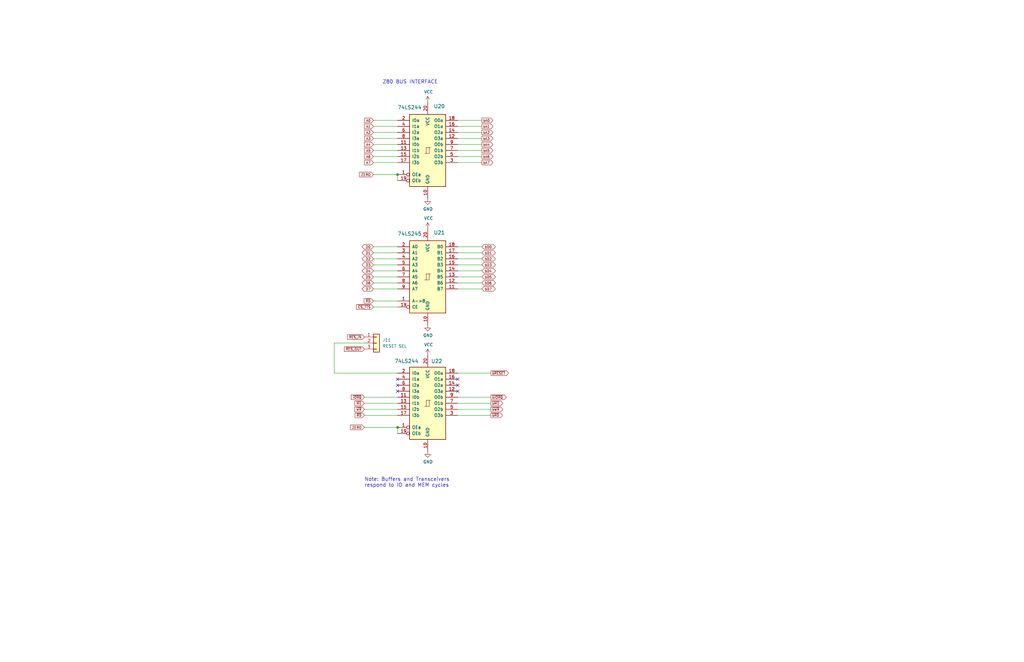
<source format=kicad_sch>
(kicad_sch (version 20211123) (generator eeschema)

  (uuid eb7a9e96-3742-4c33-b6de-b8f3021727b8)

  (paper "B")

  (lib_symbols
    (symbol "74xx:74LS244" (pin_names (offset 1.016)) (in_bom yes) (on_board yes)
      (property "Reference" "U" (id 0) (at -7.62 16.51 0)
        (effects (font (size 1.27 1.27)))
      )
      (property "Value" "74LS244" (id 1) (at -7.62 -16.51 0)
        (effects (font (size 1.27 1.27)))
      )
      (property "Footprint" "" (id 2) (at 0 0 0)
        (effects (font (size 1.27 1.27)) hide)
      )
      (property "Datasheet" "http://www.ti.com/lit/ds/symlink/sn74ls244.pdf" (id 3) (at 0 0 0)
        (effects (font (size 1.27 1.27)) hide)
      )
      (property "ki_keywords" "7400 logic ttl low power schottky" (id 4) (at 0 0 0)
        (effects (font (size 1.27 1.27)) hide)
      )
      (property "ki_description" "Octal Buffer and Line Driver With 3-State Output, active-low enables, non-inverting outputs" (id 5) (at 0 0 0)
        (effects (font (size 1.27 1.27)) hide)
      )
      (property "ki_fp_filters" "DIP?20*" (id 6) (at 0 0 0)
        (effects (font (size 1.27 1.27)) hide)
      )
      (symbol "74LS244_1_0"
        (polyline
          (pts
            (xy -0.635 -1.27)
            (xy -0.635 1.27)
            (xy 0.635 1.27)
          )
          (stroke (width 0) (type default) (color 0 0 0 0))
          (fill (type none))
        )
        (polyline
          (pts
            (xy -1.27 -1.27)
            (xy 0.635 -1.27)
            (xy 0.635 1.27)
            (xy 1.27 1.27)
          )
          (stroke (width 0) (type default) (color 0 0 0 0))
          (fill (type none))
        )
        (pin input inverted (at -12.7 -10.16 0) (length 5.08)
          (name "OEa" (effects (font (size 1.27 1.27))))
          (number "1" (effects (font (size 1.27 1.27))))
        )
        (pin power_in line (at 0 -20.32 90) (length 5.08)
          (name "GND" (effects (font (size 1.27 1.27))))
          (number "10" (effects (font (size 1.27 1.27))))
        )
        (pin input line (at -12.7 2.54 0) (length 5.08)
          (name "I0b" (effects (font (size 1.27 1.27))))
          (number "11" (effects (font (size 1.27 1.27))))
        )
        (pin tri_state line (at 12.7 5.08 180) (length 5.08)
          (name "O3a" (effects (font (size 1.27 1.27))))
          (number "12" (effects (font (size 1.27 1.27))))
        )
        (pin input line (at -12.7 0 0) (length 5.08)
          (name "I1b" (effects (font (size 1.27 1.27))))
          (number "13" (effects (font (size 1.27 1.27))))
        )
        (pin tri_state line (at 12.7 7.62 180) (length 5.08)
          (name "O2a" (effects (font (size 1.27 1.27))))
          (number "14" (effects (font (size 1.27 1.27))))
        )
        (pin input line (at -12.7 -2.54 0) (length 5.08)
          (name "I2b" (effects (font (size 1.27 1.27))))
          (number "15" (effects (font (size 1.27 1.27))))
        )
        (pin tri_state line (at 12.7 10.16 180) (length 5.08)
          (name "O1a" (effects (font (size 1.27 1.27))))
          (number "16" (effects (font (size 1.27 1.27))))
        )
        (pin input line (at -12.7 -5.08 0) (length 5.08)
          (name "I3b" (effects (font (size 1.27 1.27))))
          (number "17" (effects (font (size 1.27 1.27))))
        )
        (pin tri_state line (at 12.7 12.7 180) (length 5.08)
          (name "O0a" (effects (font (size 1.27 1.27))))
          (number "18" (effects (font (size 1.27 1.27))))
        )
        (pin input inverted (at -12.7 -12.7 0) (length 5.08)
          (name "OEb" (effects (font (size 1.27 1.27))))
          (number "19" (effects (font (size 1.27 1.27))))
        )
        (pin input line (at -12.7 12.7 0) (length 5.08)
          (name "I0a" (effects (font (size 1.27 1.27))))
          (number "2" (effects (font (size 1.27 1.27))))
        )
        (pin power_in line (at 0 20.32 270) (length 5.08)
          (name "VCC" (effects (font (size 1.27 1.27))))
          (number "20" (effects (font (size 1.27 1.27))))
        )
        (pin tri_state line (at 12.7 -5.08 180) (length 5.08)
          (name "O3b" (effects (font (size 1.27 1.27))))
          (number "3" (effects (font (size 1.27 1.27))))
        )
        (pin input line (at -12.7 10.16 0) (length 5.08)
          (name "I1a" (effects (font (size 1.27 1.27))))
          (number "4" (effects (font (size 1.27 1.27))))
        )
        (pin tri_state line (at 12.7 -2.54 180) (length 5.08)
          (name "O2b" (effects (font (size 1.27 1.27))))
          (number "5" (effects (font (size 1.27 1.27))))
        )
        (pin input line (at -12.7 7.62 0) (length 5.08)
          (name "I2a" (effects (font (size 1.27 1.27))))
          (number "6" (effects (font (size 1.27 1.27))))
        )
        (pin tri_state line (at 12.7 0 180) (length 5.08)
          (name "O1b" (effects (font (size 1.27 1.27))))
          (number "7" (effects (font (size 1.27 1.27))))
        )
        (pin input line (at -12.7 5.08 0) (length 5.08)
          (name "I3a" (effects (font (size 1.27 1.27))))
          (number "8" (effects (font (size 1.27 1.27))))
        )
        (pin tri_state line (at 12.7 2.54 180) (length 5.08)
          (name "O0b" (effects (font (size 1.27 1.27))))
          (number "9" (effects (font (size 1.27 1.27))))
        )
      )
      (symbol "74LS244_1_1"
        (rectangle (start -7.62 15.24) (end 7.62 -15.24)
          (stroke (width 0.254) (type default) (color 0 0 0 0))
          (fill (type background))
        )
      )
    )
    (symbol "74xx:74LS245" (pin_names (offset 1.016)) (in_bom yes) (on_board yes)
      (property "Reference" "U" (id 0) (at -7.62 16.51 0)
        (effects (font (size 1.27 1.27)))
      )
      (property "Value" "74LS245" (id 1) (at -7.62 -16.51 0)
        (effects (font (size 1.27 1.27)))
      )
      (property "Footprint" "" (id 2) (at 0 0 0)
        (effects (font (size 1.27 1.27)) hide)
      )
      (property "Datasheet" "http://www.ti.com/lit/gpn/sn74LS245" (id 3) (at 0 0 0)
        (effects (font (size 1.27 1.27)) hide)
      )
      (property "ki_locked" "" (id 4) (at 0 0 0)
        (effects (font (size 1.27 1.27)))
      )
      (property "ki_keywords" "TTL BUS 3State" (id 5) (at 0 0 0)
        (effects (font (size 1.27 1.27)) hide)
      )
      (property "ki_description" "Octal BUS Transceivers, 3-State outputs" (id 6) (at 0 0 0)
        (effects (font (size 1.27 1.27)) hide)
      )
      (property "ki_fp_filters" "DIP?20*" (id 7) (at 0 0 0)
        (effects (font (size 1.27 1.27)) hide)
      )
      (symbol "74LS245_1_0"
        (polyline
          (pts
            (xy -0.635 -1.27)
            (xy -0.635 1.27)
            (xy 0.635 1.27)
          )
          (stroke (width 0) (type default) (color 0 0 0 0))
          (fill (type none))
        )
        (polyline
          (pts
            (xy -1.27 -1.27)
            (xy 0.635 -1.27)
            (xy 0.635 1.27)
            (xy 1.27 1.27)
          )
          (stroke (width 0) (type default) (color 0 0 0 0))
          (fill (type none))
        )
        (pin input line (at -12.7 -10.16 0) (length 5.08)
          (name "A->B" (effects (font (size 1.27 1.27))))
          (number "1" (effects (font (size 1.27 1.27))))
        )
        (pin power_in line (at 0 -20.32 90) (length 5.08)
          (name "GND" (effects (font (size 1.27 1.27))))
          (number "10" (effects (font (size 1.27 1.27))))
        )
        (pin tri_state line (at 12.7 -5.08 180) (length 5.08)
          (name "B7" (effects (font (size 1.27 1.27))))
          (number "11" (effects (font (size 1.27 1.27))))
        )
        (pin tri_state line (at 12.7 -2.54 180) (length 5.08)
          (name "B6" (effects (font (size 1.27 1.27))))
          (number "12" (effects (font (size 1.27 1.27))))
        )
        (pin tri_state line (at 12.7 0 180) (length 5.08)
          (name "B5" (effects (font (size 1.27 1.27))))
          (number "13" (effects (font (size 1.27 1.27))))
        )
        (pin tri_state line (at 12.7 2.54 180) (length 5.08)
          (name "B4" (effects (font (size 1.27 1.27))))
          (number "14" (effects (font (size 1.27 1.27))))
        )
        (pin tri_state line (at 12.7 5.08 180) (length 5.08)
          (name "B3" (effects (font (size 1.27 1.27))))
          (number "15" (effects (font (size 1.27 1.27))))
        )
        (pin tri_state line (at 12.7 7.62 180) (length 5.08)
          (name "B2" (effects (font (size 1.27 1.27))))
          (number "16" (effects (font (size 1.27 1.27))))
        )
        (pin tri_state line (at 12.7 10.16 180) (length 5.08)
          (name "B1" (effects (font (size 1.27 1.27))))
          (number "17" (effects (font (size 1.27 1.27))))
        )
        (pin tri_state line (at 12.7 12.7 180) (length 5.08)
          (name "B0" (effects (font (size 1.27 1.27))))
          (number "18" (effects (font (size 1.27 1.27))))
        )
        (pin input inverted (at -12.7 -12.7 0) (length 5.08)
          (name "CE" (effects (font (size 1.27 1.27))))
          (number "19" (effects (font (size 1.27 1.27))))
        )
        (pin tri_state line (at -12.7 12.7 0) (length 5.08)
          (name "A0" (effects (font (size 1.27 1.27))))
          (number "2" (effects (font (size 1.27 1.27))))
        )
        (pin power_in line (at 0 20.32 270) (length 5.08)
          (name "VCC" (effects (font (size 1.27 1.27))))
          (number "20" (effects (font (size 1.27 1.27))))
        )
        (pin tri_state line (at -12.7 10.16 0) (length 5.08)
          (name "A1" (effects (font (size 1.27 1.27))))
          (number "3" (effects (font (size 1.27 1.27))))
        )
        (pin tri_state line (at -12.7 7.62 0) (length 5.08)
          (name "A2" (effects (font (size 1.27 1.27))))
          (number "4" (effects (font (size 1.27 1.27))))
        )
        (pin tri_state line (at -12.7 5.08 0) (length 5.08)
          (name "A3" (effects (font (size 1.27 1.27))))
          (number "5" (effects (font (size 1.27 1.27))))
        )
        (pin tri_state line (at -12.7 2.54 0) (length 5.08)
          (name "A4" (effects (font (size 1.27 1.27))))
          (number "6" (effects (font (size 1.27 1.27))))
        )
        (pin tri_state line (at -12.7 0 0) (length 5.08)
          (name "A5" (effects (font (size 1.27 1.27))))
          (number "7" (effects (font (size 1.27 1.27))))
        )
        (pin tri_state line (at -12.7 -2.54 0) (length 5.08)
          (name "A6" (effects (font (size 1.27 1.27))))
          (number "8" (effects (font (size 1.27 1.27))))
        )
        (pin tri_state line (at -12.7 -5.08 0) (length 5.08)
          (name "A7" (effects (font (size 1.27 1.27))))
          (number "9" (effects (font (size 1.27 1.27))))
        )
      )
      (symbol "74LS245_1_1"
        (rectangle (start -7.62 15.24) (end 7.62 -15.24)
          (stroke (width 0.254) (type default) (color 0 0 0 0))
          (fill (type background))
        )
      )
    )
    (symbol "Connector_Generic:Conn_01x03" (pin_names (offset 1.016) hide) (in_bom yes) (on_board yes)
      (property "Reference" "J" (id 0) (at 0 5.08 0)
        (effects (font (size 1.27 1.27)))
      )
      (property "Value" "Conn_01x03" (id 1) (at 0 -5.08 0)
        (effects (font (size 1.27 1.27)))
      )
      (property "Footprint" "" (id 2) (at 0 0 0)
        (effects (font (size 1.27 1.27)) hide)
      )
      (property "Datasheet" "~" (id 3) (at 0 0 0)
        (effects (font (size 1.27 1.27)) hide)
      )
      (property "ki_keywords" "connector" (id 4) (at 0 0 0)
        (effects (font (size 1.27 1.27)) hide)
      )
      (property "ki_description" "Generic connector, single row, 01x03, script generated (kicad-library-utils/schlib/autogen/connector/)" (id 5) (at 0 0 0)
        (effects (font (size 1.27 1.27)) hide)
      )
      (property "ki_fp_filters" "Connector*:*_1x??_*" (id 6) (at 0 0 0)
        (effects (font (size 1.27 1.27)) hide)
      )
      (symbol "Conn_01x03_1_1"
        (rectangle (start -1.27 -2.413) (end 0 -2.667)
          (stroke (width 0.1524) (type default) (color 0 0 0 0))
          (fill (type none))
        )
        (rectangle (start -1.27 0.127) (end 0 -0.127)
          (stroke (width 0.1524) (type default) (color 0 0 0 0))
          (fill (type none))
        )
        (rectangle (start -1.27 2.667) (end 0 2.413)
          (stroke (width 0.1524) (type default) (color 0 0 0 0))
          (fill (type none))
        )
        (rectangle (start -1.27 3.81) (end 1.27 -3.81)
          (stroke (width 0.254) (type default) (color 0 0 0 0))
          (fill (type background))
        )
        (pin passive line (at -5.08 2.54 0) (length 3.81)
          (name "Pin_1" (effects (font (size 1.27 1.27))))
          (number "1" (effects (font (size 1.27 1.27))))
        )
        (pin passive line (at -5.08 0 0) (length 3.81)
          (name "Pin_2" (effects (font (size 1.27 1.27))))
          (number "2" (effects (font (size 1.27 1.27))))
        )
        (pin passive line (at -5.08 -2.54 0) (length 3.81)
          (name "Pin_3" (effects (font (size 1.27 1.27))))
          (number "3" (effects (font (size 1.27 1.27))))
        )
      )
    )
    (symbol "power:GND" (power) (pin_names (offset 0)) (in_bom yes) (on_board yes)
      (property "Reference" "#PWR" (id 0) (at 0 -6.35 0)
        (effects (font (size 1.27 1.27)) hide)
      )
      (property "Value" "GND" (id 1) (at 0 -3.81 0)
        (effects (font (size 1.27 1.27)))
      )
      (property "Footprint" "" (id 2) (at 0 0 0)
        (effects (font (size 1.27 1.27)) hide)
      )
      (property "Datasheet" "" (id 3) (at 0 0 0)
        (effects (font (size 1.27 1.27)) hide)
      )
      (property "ki_keywords" "global power" (id 4) (at 0 0 0)
        (effects (font (size 1.27 1.27)) hide)
      )
      (property "ki_description" "Power symbol creates a global label with name \"GND\" , ground" (id 5) (at 0 0 0)
        (effects (font (size 1.27 1.27)) hide)
      )
      (symbol "GND_0_1"
        (polyline
          (pts
            (xy 0 0)
            (xy 0 -1.27)
            (xy 1.27 -1.27)
            (xy 0 -2.54)
            (xy -1.27 -1.27)
            (xy 0 -1.27)
          )
          (stroke (width 0) (type default) (color 0 0 0 0))
          (fill (type none))
        )
      )
      (symbol "GND_1_1"
        (pin power_in line (at 0 0 270) (length 0) hide
          (name "GND" (effects (font (size 1.27 1.27))))
          (number "1" (effects (font (size 1.27 1.27))))
        )
      )
    )
    (symbol "power:VCC" (power) (pin_names (offset 0)) (in_bom yes) (on_board yes)
      (property "Reference" "#PWR" (id 0) (at 0 -3.81 0)
        (effects (font (size 1.27 1.27)) hide)
      )
      (property "Value" "VCC" (id 1) (at 0 3.81 0)
        (effects (font (size 1.27 1.27)))
      )
      (property "Footprint" "" (id 2) (at 0 0 0)
        (effects (font (size 1.27 1.27)) hide)
      )
      (property "Datasheet" "" (id 3) (at 0 0 0)
        (effects (font (size 1.27 1.27)) hide)
      )
      (property "ki_keywords" "global power" (id 4) (at 0 0 0)
        (effects (font (size 1.27 1.27)) hide)
      )
      (property "ki_description" "Power symbol creates a global label with name \"VCC\"" (id 5) (at 0 0 0)
        (effects (font (size 1.27 1.27)) hide)
      )
      (symbol "VCC_0_1"
        (polyline
          (pts
            (xy -0.762 1.27)
            (xy 0 2.54)
          )
          (stroke (width 0) (type default) (color 0 0 0 0))
          (fill (type none))
        )
        (polyline
          (pts
            (xy 0 0)
            (xy 0 2.54)
          )
          (stroke (width 0) (type default) (color 0 0 0 0))
          (fill (type none))
        )
        (polyline
          (pts
            (xy 0 2.54)
            (xy 0.762 1.27)
          )
          (stroke (width 0) (type default) (color 0 0 0 0))
          (fill (type none))
        )
      )
      (symbol "VCC_1_1"
        (pin power_in line (at 0 0 90) (length 0) hide
          (name "VCC" (effects (font (size 1.27 1.27))))
          (number "1" (effects (font (size 1.27 1.27))))
        )
      )
    )
  )

  (junction (at 167.64 180.34) (diameter 0) (color 0 0 0 0)
    (uuid 29b187d6-4fd9-483f-8890-e7865d9ef3e4)
  )
  (junction (at 167.64 73.66) (diameter 0) (color 0 0 0 0)
    (uuid c7951493-d513-45db-bbdc-199f8d55a96e)
  )

  (no_connect (at 167.64 162.56) (uuid 38107915-e651-4830-bcf2-87e04a917164))
  (no_connect (at 167.64 160.02) (uuid 55e72496-9bd7-477a-9479-2b4b55d4c7da))
  (no_connect (at 193.04 160.02) (uuid 58246260-506b-406e-be1f-69ca6ed366a4))
  (no_connect (at 193.04 165.1) (uuid 6fc64cb4-ac6a-4159-8c05-6932a3d626e9))
  (no_connect (at 193.04 162.56) (uuid c51c5719-923b-4612-b409-7bead3212821))
  (no_connect (at 167.64 165.1) (uuid c63b3b7d-6861-476a-a5bd-583b59a7c0d1))

  (wire (pts (xy 193.04 60.96) (xy 203.2 60.96))
    (stroke (width 0) (type default) (color 0 0 0 0))
    (uuid 0db3db69-3185-419f-af9e-c310fd80abd8)
  )
  (wire (pts (xy 193.04 167.64) (xy 207.01 167.64))
    (stroke (width 0) (type default) (color 0 0 0 0))
    (uuid 0dcbf54d-036a-4e70-a71a-3226ef0176cd)
  )
  (wire (pts (xy 193.04 104.14) (xy 203.2 104.14))
    (stroke (width 0) (type default) (color 0 0 0 0))
    (uuid 12009c15-8da2-42e2-9cf2-0ffc0d02db36)
  )
  (wire (pts (xy 157.48 119.38) (xy 167.64 119.38))
    (stroke (width 0) (type default) (color 0 0 0 0))
    (uuid 1559e6a9-9881-461e-a824-602f968ccd74)
  )
  (wire (pts (xy 193.04 66.04) (xy 203.2 66.04))
    (stroke (width 0) (type default) (color 0 0 0 0))
    (uuid 17c00c68-47ca-4b9e-b8c8-bad963900102)
  )
  (wire (pts (xy 167.64 180.34) (xy 167.64 182.88))
    (stroke (width 0) (type default) (color 0 0 0 0))
    (uuid 1cd81a53-61eb-4528-a98b-8a039f0e7126)
  )
  (wire (pts (xy 153.67 170.18) (xy 167.64 170.18))
    (stroke (width 0) (type default) (color 0 0 0 0))
    (uuid 32e76e09-b94e-4e13-94fc-bed4d18f5885)
  )
  (wire (pts (xy 157.48 127) (xy 167.64 127))
    (stroke (width 0) (type default) (color 0 0 0 0))
    (uuid 3b2c4af1-6de4-45da-9b63-5e3957cd98d7)
  )
  (wire (pts (xy 157.48 63.5) (xy 167.64 63.5))
    (stroke (width 0) (type default) (color 0 0 0 0))
    (uuid 3b31e556-1e89-4873-8a93-ccf3bb3dc0c0)
  )
  (wire (pts (xy 157.48 106.68) (xy 167.64 106.68))
    (stroke (width 0) (type default) (color 0 0 0 0))
    (uuid 3b5910fb-4348-4d71-a592-3b3500977ac3)
  )
  (wire (pts (xy 157.48 53.34) (xy 167.64 53.34))
    (stroke (width 0) (type default) (color 0 0 0 0))
    (uuid 44ef5722-a1dd-4384-83c5-70ee83ef2343)
  )
  (wire (pts (xy 193.04 68.58) (xy 203.2 68.58))
    (stroke (width 0) (type default) (color 0 0 0 0))
    (uuid 46f42115-cdbd-4b76-88c6-c59054185f14)
  )
  (wire (pts (xy 157.48 116.84) (xy 167.64 116.84))
    (stroke (width 0) (type default) (color 0 0 0 0))
    (uuid 4adde7e0-ea9f-4566-a498-ac22b46d90e9)
  )
  (wire (pts (xy 193.04 157.48) (xy 207.01 157.48))
    (stroke (width 0) (type default) (color 0 0 0 0))
    (uuid 4da54dee-0731-49ba-9dc7-0d236f390579)
  )
  (wire (pts (xy 157.48 66.04) (xy 167.64 66.04))
    (stroke (width 0) (type default) (color 0 0 0 0))
    (uuid 5e0b4e61-2895-4653-ab41-562ca1ebf34a)
  )
  (wire (pts (xy 157.48 68.58) (xy 167.64 68.58))
    (stroke (width 0) (type default) (color 0 0 0 0))
    (uuid 605d17c4-83d0-42d2-bf5e-73af8adbeb37)
  )
  (wire (pts (xy 157.48 104.14) (xy 167.64 104.14))
    (stroke (width 0) (type default) (color 0 0 0 0))
    (uuid 6314e65d-e590-4ec2-972c-0bf9fffe88d1)
  )
  (wire (pts (xy 157.48 109.22) (xy 167.64 109.22))
    (stroke (width 0) (type default) (color 0 0 0 0))
    (uuid 6592074b-6c53-43b7-a679-a6256365d381)
  )
  (wire (pts (xy 193.04 111.76) (xy 203.2 111.76))
    (stroke (width 0) (type default) (color 0 0 0 0))
    (uuid 6a93df68-eef8-41a0-9f38-e95ca05e711e)
  )
  (wire (pts (xy 157.48 114.3) (xy 167.64 114.3))
    (stroke (width 0) (type default) (color 0 0 0 0))
    (uuid 6c3af34c-e1e0-4f99-882a-2a3daa41edf1)
  )
  (wire (pts (xy 193.04 50.8) (xy 203.2 50.8))
    (stroke (width 0) (type default) (color 0 0 0 0))
    (uuid 6f970f88-3f4b-44d4-8f1e-e6f1b34be327)
  )
  (wire (pts (xy 153.67 167.64) (xy 167.64 167.64))
    (stroke (width 0) (type default) (color 0 0 0 0))
    (uuid 78058e20-609d-433d-bc86-28e606002bb4)
  )
  (wire (pts (xy 157.48 55.88) (xy 167.64 55.88))
    (stroke (width 0) (type default) (color 0 0 0 0))
    (uuid 857e7bce-30b6-4921-aefb-c1dab57b122b)
  )
  (wire (pts (xy 193.04 106.68) (xy 203.2 106.68))
    (stroke (width 0) (type default) (color 0 0 0 0))
    (uuid 85fcb0c9-f471-4481-8105-a53e903e3d85)
  )
  (wire (pts (xy 193.04 175.26) (xy 207.01 175.26))
    (stroke (width 0) (type default) (color 0 0 0 0))
    (uuid 866d7ad1-e8c9-4db9-a2f8-43ec003f5020)
  )
  (wire (pts (xy 157.48 121.92) (xy 167.64 121.92))
    (stroke (width 0) (type default) (color 0 0 0 0))
    (uuid 86ce05fc-c3ab-4178-afa6-6209b8a8fcaa)
  )
  (wire (pts (xy 157.48 50.8) (xy 167.64 50.8))
    (stroke (width 0) (type default) (color 0 0 0 0))
    (uuid 89487b94-58bc-4329-8302-326f55b2798e)
  )
  (wire (pts (xy 157.48 58.42) (xy 167.64 58.42))
    (stroke (width 0) (type default) (color 0 0 0 0))
    (uuid 8ca1192c-817a-4871-84ca-e095803d6558)
  )
  (wire (pts (xy 140.97 157.48) (xy 167.64 157.48))
    (stroke (width 0) (type default) (color 0 0 0 0))
    (uuid 8cdcc914-fffd-44dc-a51c-7767a02a5d39)
  )
  (wire (pts (xy 193.04 121.92) (xy 203.2 121.92))
    (stroke (width 0) (type default) (color 0 0 0 0))
    (uuid 9097a395-79d0-4308-bbf0-3f56498964ee)
  )
  (wire (pts (xy 193.04 116.84) (xy 203.2 116.84))
    (stroke (width 0) (type default) (color 0 0 0 0))
    (uuid 99db51d7-60f7-4e4c-a225-f5754ec9eff3)
  )
  (wire (pts (xy 153.67 172.72) (xy 167.64 172.72))
    (stroke (width 0) (type default) (color 0 0 0 0))
    (uuid a3732d06-d419-419a-8e82-ad2ad9cce935)
  )
  (wire (pts (xy 153.67 180.34) (xy 167.64 180.34))
    (stroke (width 0) (type default) (color 0 0 0 0))
    (uuid a940c3d8-0452-48e4-a1bf-244a2aacddb1)
  )
  (wire (pts (xy 157.48 129.54) (xy 167.64 129.54))
    (stroke (width 0) (type default) (color 0 0 0 0))
    (uuid ac5217a5-4377-463c-89c0-5b24f8687a6b)
  )
  (wire (pts (xy 140.97 144.78) (xy 140.97 157.48))
    (stroke (width 0) (type default) (color 0 0 0 0))
    (uuid b48767c5-e24e-498b-9447-71ece19ee9e2)
  )
  (wire (pts (xy 193.04 55.88) (xy 203.2 55.88))
    (stroke (width 0) (type default) (color 0 0 0 0))
    (uuid ba6e1cd8-c516-468a-a189-43ba30c84f5c)
  )
  (wire (pts (xy 193.04 172.72) (xy 207.01 172.72))
    (stroke (width 0) (type default) (color 0 0 0 0))
    (uuid c79b590c-40cf-44f6-ac02-a9d658c890d2)
  )
  (wire (pts (xy 157.48 60.96) (xy 167.64 60.96))
    (stroke (width 0) (type default) (color 0 0 0 0))
    (uuid d0425f2f-5636-4b54-8bfe-d0eae4bbdcd2)
  )
  (wire (pts (xy 193.04 53.34) (xy 203.2 53.34))
    (stroke (width 0) (type default) (color 0 0 0 0))
    (uuid d123ec5f-274a-4ef7-8b06-4f5c04097cc6)
  )
  (wire (pts (xy 193.04 109.22) (xy 203.2 109.22))
    (stroke (width 0) (type default) (color 0 0 0 0))
    (uuid d143e0d3-47f5-45eb-b6c7-ceea54e7429a)
  )
  (wire (pts (xy 157.48 111.76) (xy 167.64 111.76))
    (stroke (width 0) (type default) (color 0 0 0 0))
    (uuid d1ceaece-2c6a-41e6-a88d-6f95b54b0a4e)
  )
  (wire (pts (xy 193.04 114.3) (xy 203.2 114.3))
    (stroke (width 0) (type default) (color 0 0 0 0))
    (uuid d482f7e5-4d6a-4613-97ce-2031220c9825)
  )
  (wire (pts (xy 140.97 144.78) (xy 153.67 144.78))
    (stroke (width 0) (type default) (color 0 0 0 0))
    (uuid dc55b522-04c8-499f-b70c-4aaf5e271e19)
  )
  (wire (pts (xy 167.64 76.2) (xy 167.64 73.66))
    (stroke (width 0) (type default) (color 0 0 0 0))
    (uuid dfb9040c-7425-4b65-b244-fc4eb520f7bb)
  )
  (wire (pts (xy 157.48 73.66) (xy 167.64 73.66))
    (stroke (width 0) (type default) (color 0 0 0 0))
    (uuid e217e713-14bc-4232-a89d-ca06a1733369)
  )
  (wire (pts (xy 153.67 175.26) (xy 167.64 175.26))
    (stroke (width 0) (type default) (color 0 0 0 0))
    (uuid e218244a-9aa9-4b5a-8421-f294ef96b417)
  )
  (wire (pts (xy 193.04 63.5) (xy 203.2 63.5))
    (stroke (width 0) (type default) (color 0 0 0 0))
    (uuid e413d02a-5cdf-4842-b5a1-494cc8c8141c)
  )
  (wire (pts (xy 193.04 119.38) (xy 203.2 119.38))
    (stroke (width 0) (type default) (color 0 0 0 0))
    (uuid e954e23b-3665-44d4-ac87-f6e63e0fb3e2)
  )
  (wire (pts (xy 193.04 58.42) (xy 203.2 58.42))
    (stroke (width 0) (type default) (color 0 0 0 0))
    (uuid ea58d4bb-6600-41ce-bde9-44c5563522ea)
  )
  (wire (pts (xy 193.04 170.18) (xy 207.01 170.18))
    (stroke (width 0) (type default) (color 0 0 0 0))
    (uuid ef74bce4-61b7-438e-aa11-bb31a9a80b6c)
  )

  (text "Z80 BUS INTERFACE" (at 161.29 35.56 0)
    (effects (font (size 1.524 1.524)) (justify left bottom))
    (uuid 9c3c22fb-de6f-4d5a-81e1-49b32aec635a)
  )
  (text "Note: Buffers and Transceivers\nrespond to IO and MEM cycles"
    (at 153.67 205.74 0)
    (effects (font (size 1.524 1.524)) (justify left bottom))
    (uuid 9d8f8eb8-ceae-450d-9070-103275566d57)
  )

  (global_label "bD5" (shape bidirectional) (at 203.2 116.84 0) (fields_autoplaced)
    (effects (font (size 1.016 1.016)) (justify left))
    (uuid 00d86ad1-8796-4662-9cb3-10a570c0c6da)
    (property "Intersheet References" "${INTERSHEET_REFS}" (id 0) (at 0 0 0)
      (effects (font (size 1.27 1.27)) hide)
    )
  )
  (global_label "~{RES_OUT}" (shape input) (at 153.67 147.32 180) (fields_autoplaced)
    (effects (font (size 1.016 1.016)) (justify right))
    (uuid 00ee6029-d1ff-48fd-92db-2490d19dd463)
    (property "Intersheet References" "${INTERSHEET_REFS}" (id 0) (at -106.68 52.07 0)
      (effects (font (size 1.27 1.27)) hide)
    )
  )
  (global_label "bA4" (shape output) (at 203.2 60.96 0) (fields_autoplaced)
    (effects (font (size 1.016 1.016)) (justify left))
    (uuid 02d70691-48a5-43b9-bb04-dfc2118e772d)
    (property "Intersheet References" "${INTERSHEET_REFS}" (id 0) (at 0 0 0)
      (effects (font (size 1.27 1.27)) hide)
    )
  )
  (global_label "D4" (shape bidirectional) (at 157.48 114.3 180) (fields_autoplaced)
    (effects (font (size 1.016 1.016)) (justify right))
    (uuid 06d4f85d-7d02-4628-afc6-0ddb3c013486)
    (property "Intersheet References" "${INTERSHEET_REFS}" (id 0) (at 0 0 0)
      (effects (font (size 1.27 1.27)) hide)
    )
  )
  (global_label "~{RES_IN}" (shape input) (at 153.67 142.24 180) (fields_autoplaced)
    (effects (font (size 1.016 1.016)) (justify right))
    (uuid 1306919c-5dfa-47bc-baec-8de8df4e8afc)
    (property "Intersheet References" "${INTERSHEET_REFS}" (id 0) (at 146.5856 142.1765 0)
      (effects (font (size 1.016 1.016)) (justify right) hide)
    )
  )
  (global_label "~{bWR}" (shape output) (at 207.01 172.72 0) (fields_autoplaced)
    (effects (font (size 1.016 1.016)) (justify left))
    (uuid 1472b46f-9002-4a57-9715-7462693fed41)
    (property "Intersheet References" "${INTERSHEET_REFS}" (id 0) (at 0 0 0)
      (effects (font (size 1.27 1.27)) hide)
    )
  )
  (global_label "~{bRESET}" (shape output) (at 207.01 157.48 0) (fields_autoplaced)
    (effects (font (size 1.016 1.016)) (justify left))
    (uuid 18099880-1ae3-4996-9db2-f8319ba82070)
    (property "Intersheet References" "${INTERSHEET_REFS}" (id 0) (at 0 0 0)
      (effects (font (size 1.27 1.27)) hide)
    )
  )
  (global_label "~{bIORQ}" (shape output) (at 207.01 167.64 0) (fields_autoplaced)
    (effects (font (size 1.016 1.016)) (justify left))
    (uuid 1b71590b-059f-4cd9-8249-4bdab13bd2e8)
    (property "Intersheet References" "${INTERSHEET_REFS}" (id 0) (at 0 0 0)
      (effects (font (size 1.27 1.27)) hide)
    )
  )
  (global_label "~{WR}" (shape input) (at 153.67 172.72 180) (fields_autoplaced)
    (effects (font (size 1.016 1.016)) (justify right))
    (uuid 1c6b0928-947c-4d4f-befb-8a71bcf23dfd)
    (property "Intersheet References" "${INTERSHEET_REFS}" (id 0) (at 0 0 0)
      (effects (font (size 1.27 1.27)) hide)
    )
  )
  (global_label "bA3" (shape output) (at 203.2 58.42 0) (fields_autoplaced)
    (effects (font (size 1.016 1.016)) (justify left))
    (uuid 204f2954-bc92-41e3-b171-cba21daa646e)
    (property "Intersheet References" "${INTERSHEET_REFS}" (id 0) (at 0 0 0)
      (effects (font (size 1.27 1.27)) hide)
    )
  )
  (global_label "D3" (shape bidirectional) (at 157.48 111.76 180) (fields_autoplaced)
    (effects (font (size 1.016 1.016)) (justify right))
    (uuid 2145d39c-ee2e-4a67-856c-559f425a26b2)
    (property "Intersheet References" "${INTERSHEET_REFS}" (id 0) (at 0 0 0)
      (effects (font (size 1.27 1.27)) hide)
    )
  )
  (global_label "ZERO" (shape input) (at 153.67 180.34 180) (fields_autoplaced)
    (effects (font (size 1.016 1.016)) (justify right))
    (uuid 22c055cd-4452-451a-9fe7-010f9ed3845d)
    (property "Intersheet References" "${INTERSHEET_REFS}" (id 0) (at 0 0 0)
      (effects (font (size 1.27 1.27)) hide)
    )
  )
  (global_label "bD2" (shape bidirectional) (at 203.2 109.22 0) (fields_autoplaced)
    (effects (font (size 1.016 1.016)) (justify left))
    (uuid 28e160d2-24f3-48b7-aec3-d68575fe62b5)
    (property "Intersheet References" "${INTERSHEET_REFS}" (id 0) (at 0 0 0)
      (effects (font (size 1.27 1.27)) hide)
    )
  )
  (global_label "~{CS_TTS}" (shape input) (at 157.48 129.54 180) (fields_autoplaced)
    (effects (font (size 1.016 1.016)) (justify right))
    (uuid 2ca9b9a9-396c-4478-8e89-a15c88178169)
    (property "Intersheet References" "${INTERSHEET_REFS}" (id 0) (at 150.3472 129.4765 0)
      (effects (font (size 1.016 1.016)) (justify right) hide)
    )
  )
  (global_label "A7" (shape input) (at 157.48 68.58 180) (fields_autoplaced)
    (effects (font (size 1.016 1.016)) (justify right))
    (uuid 2dd8a2e7-5664-48f1-9507-e8aa5772c452)
    (property "Intersheet References" "${INTERSHEET_REFS}" (id 0) (at 0 0 0)
      (effects (font (size 1.27 1.27)) hide)
    )
  )
  (global_label "A1" (shape input) (at 157.48 53.34 180) (fields_autoplaced)
    (effects (font (size 1.016 1.016)) (justify right))
    (uuid 2e98c78b-c3c0-44a5-bd97-a5089ed6ad9d)
    (property "Intersheet References" "${INTERSHEET_REFS}" (id 0) (at 0 0 0)
      (effects (font (size 1.27 1.27)) hide)
    )
  )
  (global_label "bD7" (shape bidirectional) (at 203.2 121.92 0) (fields_autoplaced)
    (effects (font (size 1.016 1.016)) (justify left))
    (uuid 31630a21-6da6-4839-8e7a-61a5ee75a458)
    (property "Intersheet References" "${INTERSHEET_REFS}" (id 0) (at 0 0 0)
      (effects (font (size 1.27 1.27)) hide)
    )
  )
  (global_label "D6" (shape bidirectional) (at 157.48 119.38 180) (fields_autoplaced)
    (effects (font (size 1.016 1.016)) (justify right))
    (uuid 330d91a8-6ff8-4dad-a20c-95a49eda6626)
    (property "Intersheet References" "${INTERSHEET_REFS}" (id 0) (at 0 0 0)
      (effects (font (size 1.27 1.27)) hide)
    )
  )
  (global_label "~{bRD}" (shape output) (at 207.01 175.26 0) (fields_autoplaced)
    (effects (font (size 1.016 1.016)) (justify left))
    (uuid 35b6409f-d5dc-49ae-8e60-53373acd2cf1)
    (property "Intersheet References" "${INTERSHEET_REFS}" (id 0) (at 0 0 0)
      (effects (font (size 1.27 1.27)) hide)
    )
  )
  (global_label "ZERO" (shape input) (at 157.48 73.66 180) (fields_autoplaced)
    (effects (font (size 1.016 1.016)) (justify right))
    (uuid 37cfecac-e145-40bb-bc48-7c1c64eead54)
    (property "Intersheet References" "${INTERSHEET_REFS}" (id 0) (at 0 0 0)
      (effects (font (size 1.27 1.27)) hide)
    )
  )
  (global_label "~{IORQ}" (shape input) (at 153.67 167.64 180) (fields_autoplaced)
    (effects (font (size 1.016 1.016)) (justify right))
    (uuid 41fe5187-2fbf-4a83-b73e-b9ffb2a4f048)
    (property "Intersheet References" "${INTERSHEET_REFS}" (id 0) (at 0 0 0)
      (effects (font (size 1.27 1.27)) hide)
    )
  )
  (global_label "bA0" (shape output) (at 203.2 50.8 0) (fields_autoplaced)
    (effects (font (size 1.016 1.016)) (justify left))
    (uuid 44749ebf-bfc7-4a71-8c3c-cea9ce568b76)
    (property "Intersheet References" "${INTERSHEET_REFS}" (id 0) (at 0 0 0)
      (effects (font (size 1.27 1.27)) hide)
    )
  )
  (global_label "~{M1}" (shape input) (at 153.67 170.18 180) (fields_autoplaced)
    (effects (font (size 1.016 1.016)) (justify right))
    (uuid 5a898b92-aade-47af-8365-20a8d3c87c41)
    (property "Intersheet References" "${INTERSHEET_REFS}" (id 0) (at 0 0 0)
      (effects (font (size 1.27 1.27)) hide)
    )
  )
  (global_label "D1" (shape bidirectional) (at 157.48 106.68 180) (fields_autoplaced)
    (effects (font (size 1.016 1.016)) (justify right))
    (uuid 5e8d273e-2740-4498-ac0a-85fbec4b7608)
    (property "Intersheet References" "${INTERSHEET_REFS}" (id 0) (at 0 0 0)
      (effects (font (size 1.27 1.27)) hide)
    )
  )
  (global_label "bA6" (shape output) (at 203.2 66.04 0) (fields_autoplaced)
    (effects (font (size 1.016 1.016)) (justify left))
    (uuid 6cc0098c-4844-4396-8c05-992f4707a04e)
    (property "Intersheet References" "${INTERSHEET_REFS}" (id 0) (at 0 0 0)
      (effects (font (size 1.27 1.27)) hide)
    )
  )
  (global_label "D5" (shape bidirectional) (at 157.48 116.84 180) (fields_autoplaced)
    (effects (font (size 1.016 1.016)) (justify right))
    (uuid 77241fdd-2ba4-4f4a-a741-cfb1b331dde4)
    (property "Intersheet References" "${INTERSHEET_REFS}" (id 0) (at 0 0 0)
      (effects (font (size 1.27 1.27)) hide)
    )
  )
  (global_label "bD3" (shape bidirectional) (at 203.2 111.76 0) (fields_autoplaced)
    (effects (font (size 1.016 1.016)) (justify left))
    (uuid 775dfb5c-ff55-43c4-aa10-352522cd4549)
    (property "Intersheet References" "${INTERSHEET_REFS}" (id 0) (at 0 0 0)
      (effects (font (size 1.27 1.27)) hide)
    )
  )
  (global_label "A2" (shape input) (at 157.48 55.88 180) (fields_autoplaced)
    (effects (font (size 1.016 1.016)) (justify right))
    (uuid 79076964-24a6-4984-823c-7744299136e0)
    (property "Intersheet References" "${INTERSHEET_REFS}" (id 0) (at 0 0 0)
      (effects (font (size 1.27 1.27)) hide)
    )
  )
  (global_label "A4" (shape input) (at 157.48 60.96 180) (fields_autoplaced)
    (effects (font (size 1.016 1.016)) (justify right))
    (uuid 81ec99be-f1c8-4ea9-a4dd-b6701ae559df)
    (property "Intersheet References" "${INTERSHEET_REFS}" (id 0) (at 0 0 0)
      (effects (font (size 1.27 1.27)) hide)
    )
  )
  (global_label "D2" (shape bidirectional) (at 157.48 109.22 180) (fields_autoplaced)
    (effects (font (size 1.016 1.016)) (justify right))
    (uuid 9f5b0709-3bb6-4634-9df8-c75284e39dd9)
    (property "Intersheet References" "${INTERSHEET_REFS}" (id 0) (at 0 0 0)
      (effects (font (size 1.27 1.27)) hide)
    )
  )
  (global_label "bA2" (shape output) (at 203.2 55.88 0) (fields_autoplaced)
    (effects (font (size 1.016 1.016)) (justify left))
    (uuid 9fe94427-c836-4032-afee-5a6fff904cf9)
    (property "Intersheet References" "${INTERSHEET_REFS}" (id 0) (at 0 0 0)
      (effects (font (size 1.27 1.27)) hide)
    )
  )
  (global_label "bA1" (shape output) (at 203.2 53.34 0) (fields_autoplaced)
    (effects (font (size 1.016 1.016)) (justify left))
    (uuid a08ba537-bf42-4d45-b999-412fc5d3ac94)
    (property "Intersheet References" "${INTERSHEET_REFS}" (id 0) (at 0 0 0)
      (effects (font (size 1.27 1.27)) hide)
    )
  )
  (global_label "bA7" (shape output) (at 203.2 68.58 0) (fields_autoplaced)
    (effects (font (size 1.016 1.016)) (justify left))
    (uuid a9709f39-4fe4-4ad1-8a5e-627424d9e0ae)
    (property "Intersheet References" "${INTERSHEET_REFS}" (id 0) (at 0 0 0)
      (effects (font (size 1.27 1.27)) hide)
    )
  )
  (global_label "bD4" (shape bidirectional) (at 203.2 114.3 0) (fields_autoplaced)
    (effects (font (size 1.016 1.016)) (justify left))
    (uuid afdbadc0-7683-4e1a-9e4b-3b4c2818e7aa)
    (property "Intersheet References" "${INTERSHEET_REFS}" (id 0) (at 0 0 0)
      (effects (font (size 1.27 1.27)) hide)
    )
  )
  (global_label "D7" (shape bidirectional) (at 157.48 121.92 180) (fields_autoplaced)
    (effects (font (size 1.016 1.016)) (justify right))
    (uuid b6842880-c5ba-461b-be32-e633e2809e69)
    (property "Intersheet References" "${INTERSHEET_REFS}" (id 0) (at 0 0 0)
      (effects (font (size 1.27 1.27)) hide)
    )
  )
  (global_label "~{RD}" (shape input) (at 157.48 127 180) (fields_autoplaced)
    (effects (font (size 1.016 1.016)) (justify right))
    (uuid b9791435-8a8a-40e8-a9a2-ca9a9f093a9f)
    (property "Intersheet References" "${INTERSHEET_REFS}" (id 0) (at 0 0 0)
      (effects (font (size 1.27 1.27)) hide)
    )
  )
  (global_label "~{RD}" (shape input) (at 153.67 175.26 180) (fields_autoplaced)
    (effects (font (size 1.016 1.016)) (justify right))
    (uuid c1be60f1-f017-494a-9383-d9b020dd16af)
    (property "Intersheet References" "${INTERSHEET_REFS}" (id 0) (at 0 0 0)
      (effects (font (size 1.27 1.27)) hide)
    )
  )
  (global_label "A3" (shape input) (at 157.48 58.42 180) (fields_autoplaced)
    (effects (font (size 1.016 1.016)) (justify right))
    (uuid c23490ea-59e6-4915-8a69-ab36c825a776)
    (property "Intersheet References" "${INTERSHEET_REFS}" (id 0) (at 0 0 0)
      (effects (font (size 1.27 1.27)) hide)
    )
  )
  (global_label "bD1" (shape bidirectional) (at 203.2 106.68 0) (fields_autoplaced)
    (effects (font (size 1.016 1.016)) (justify left))
    (uuid ca65fe81-a7a5-48aa-8e93-48032200fa20)
    (property "Intersheet References" "${INTERSHEET_REFS}" (id 0) (at 0 0 0)
      (effects (font (size 1.27 1.27)) hide)
    )
  )
  (global_label "A6" (shape input) (at 157.48 66.04 180) (fields_autoplaced)
    (effects (font (size 1.016 1.016)) (justify right))
    (uuid d3d72559-e7ed-4ed5-bf1e-1e4499b6d62e)
    (property "Intersheet References" "${INTERSHEET_REFS}" (id 0) (at 0 0 0)
      (effects (font (size 1.27 1.27)) hide)
    )
  )
  (global_label "~{bM1}" (shape output) (at 207.01 170.18 0) (fields_autoplaced)
    (effects (font (size 1.016 1.016)) (justify left))
    (uuid d7882e66-ed66-4a83-938c-a6affe2aedb4)
    (property "Intersheet References" "${INTERSHEET_REFS}" (id 0) (at 0 0 0)
      (effects (font (size 1.27 1.27)) hide)
    )
  )
  (global_label "bD6" (shape bidirectional) (at 203.2 119.38 0) (fields_autoplaced)
    (effects (font (size 1.016 1.016)) (justify left))
    (uuid db5a9549-035e-4665-ad71-dd70c5c7f301)
    (property "Intersheet References" "${INTERSHEET_REFS}" (id 0) (at 0 0 0)
      (effects (font (size 1.27 1.27)) hide)
    )
  )
  (global_label "bA5" (shape output) (at 203.2 63.5 0) (fields_autoplaced)
    (effects (font (size 1.016 1.016)) (justify left))
    (uuid e9e223bf-7e48-40dd-85e8-78fe3c1ad47d)
    (property "Intersheet References" "${INTERSHEET_REFS}" (id 0) (at 0 0 0)
      (effects (font (size 1.27 1.27)) hide)
    )
  )
  (global_label "A5" (shape input) (at 157.48 63.5 180) (fields_autoplaced)
    (effects (font (size 1.016 1.016)) (justify right))
    (uuid ebb47b0d-983b-440a-8d25-b7a99d338e7d)
    (property "Intersheet References" "${INTERSHEET_REFS}" (id 0) (at 0 0 0)
      (effects (font (size 1.27 1.27)) hide)
    )
  )
  (global_label "D0" (shape bidirectional) (at 157.48 104.14 180) (fields_autoplaced)
    (effects (font (size 1.016 1.016)) (justify right))
    (uuid f594a72f-cf6a-4307-a267-e87775ed5256)
    (property "Intersheet References" "${INTERSHEET_REFS}" (id 0) (at 0 0 0)
      (effects (font (size 1.27 1.27)) hide)
    )
  )
  (global_label "A0" (shape input) (at 157.48 50.8 180) (fields_autoplaced)
    (effects (font (size 1.016 1.016)) (justify right))
    (uuid fa6ce3ab-a950-4608-bbbd-d2025c225fc3)
    (property "Intersheet References" "${INTERSHEET_REFS}" (id 0) (at 0 0 0)
      (effects (font (size 1.27 1.27)) hide)
    )
  )
  (global_label "bD0" (shape bidirectional) (at 203.2 104.14 0) (fields_autoplaced)
    (effects (font (size 1.016 1.016)) (justify left))
    (uuid fd30e4e7-d23e-4ae8-8e4c-88e356815182)
    (property "Intersheet References" "${INTERSHEET_REFS}" (id 0) (at 0 0 0)
      (effects (font (size 1.27 1.27)) hide)
    )
  )

  (symbol (lib_id "74xx:74LS245") (at 180.34 116.84 0) (unit 1)
    (in_bom yes) (on_board yes)
    (uuid 00000000-0000-0000-0000-00006432dd33)
    (property "Reference" "U21" (id 0) (at 182.88 99.06 0)
      (effects (font (size 1.524 1.524)) (justify left bottom))
    )
    (property "Value" "74LS245" (id 1) (at 167.64 97.79 0)
      (effects (font (size 1.524 1.524)) (justify left top))
    )
    (property "Footprint" "Package_DIP:DIP-20_W7.62mm_Socket" (id 2) (at 180.34 116.84 0)
      (effects (font (size 1.27 1.27)) hide)
    )
    (property "Datasheet" "http://www.ti.com/lit/gpn/sn74LS245" (id 3) (at 180.34 116.84 0)
      (effects (font (size 1.27 1.27)) hide)
    )
    (pin "1" (uuid aebf38ec-00d9-4d94-8916-9336a1096a41))
    (pin "10" (uuid e0110031-f5a9-4dcf-9b9c-3d7058668569))
    (pin "11" (uuid dd3eb8b8-566a-412b-8dee-cc4ca3d8c32e))
    (pin "12" (uuid 3582c714-65ce-4d50-a4fc-5144bc9bc3c7))
    (pin "13" (uuid cb39156a-10e3-4619-9010-f354368d6b6e))
    (pin "14" (uuid f0b42cdd-01ba-4491-9296-cbd2841aa065))
    (pin "15" (uuid 5890932d-98d2-444c-94b9-f127e3742f1d))
    (pin "16" (uuid 16b5bb89-8a90-4bdd-a478-8c982929870f))
    (pin "17" (uuid d76b6e84-35de-4edf-b65c-f94d88bc5e0a))
    (pin "18" (uuid 1065503f-bf46-4918-83e2-8d18b82520fc))
    (pin "19" (uuid db5f4eba-5816-48d8-926a-28dd21b6d09d))
    (pin "2" (uuid 88c06fb7-8e92-4b4b-8224-bba1982ce5b4))
    (pin "20" (uuid e67f1497-7596-4c5c-a84f-176b8ff3b65f))
    (pin "3" (uuid ed9269c0-c5a4-4837-af19-8d15a777751b))
    (pin "4" (uuid 91866df8-e58b-4c22-9ea3-8cbc3472d87a))
    (pin "5" (uuid d2feb509-9939-46d2-9806-5358c6fff4b5))
    (pin "6" (uuid b2db9688-3618-48a0-b8fe-23bab96b0645))
    (pin "7" (uuid 0257b3d6-e20b-4820-b233-a9bd1e813e90))
    (pin "8" (uuid b6403444-ed84-43be-810a-0fed415e1e4c))
    (pin "9" (uuid decccca2-7b5a-4150-86b4-b5814a1e7614))
  )

  (symbol (lib_id "power:VCC") (at 180.34 43.18 0) (unit 1)
    (in_bom yes) (on_board yes)
    (uuid 00000000-0000-0000-0000-000064eeb3c4)
    (property "Reference" "#PWR056" (id 0) (at 180.34 46.99 0)
      (effects (font (size 1.27 1.27)) hide)
    )
    (property "Value" "VCC" (id 1) (at 180.721 38.7858 0))
    (property "Footprint" "" (id 2) (at 180.34 43.18 0)
      (effects (font (size 1.27 1.27)) hide)
    )
    (property "Datasheet" "" (id 3) (at 180.34 43.18 0)
      (effects (font (size 1.27 1.27)) hide)
    )
    (pin "1" (uuid bd9eaff2-8e1b-4a0e-8ce6-2178d64b8345))
  )

  (symbol (lib_id "power:GND") (at 180.34 83.82 0) (unit 1)
    (in_bom yes) (on_board yes)
    (uuid 00000000-0000-0000-0000-000064eebc3f)
    (property "Reference" "#PWR057" (id 0) (at 180.34 90.17 0)
      (effects (font (size 1.27 1.27)) hide)
    )
    (property "Value" "GND" (id 1) (at 180.467 88.2142 0))
    (property "Footprint" "" (id 2) (at 180.34 83.82 0)
      (effects (font (size 1.27 1.27)) hide)
    )
    (property "Datasheet" "" (id 3) (at 180.34 83.82 0)
      (effects (font (size 1.27 1.27)) hide)
    )
    (pin "1" (uuid 9c562c31-9b8d-4ffa-8330-865ee24ba413))
  )

  (symbol (lib_id "power:VCC") (at 180.34 96.52 0) (unit 1)
    (in_bom yes) (on_board yes)
    (uuid 00000000-0000-0000-0000-00006549df51)
    (property "Reference" "#PWR058" (id 0) (at 180.34 100.33 0)
      (effects (font (size 1.27 1.27)) hide)
    )
    (property "Value" "VCC" (id 1) (at 180.721 92.1258 0))
    (property "Footprint" "" (id 2) (at 180.34 96.52 0)
      (effects (font (size 1.27 1.27)) hide)
    )
    (property "Datasheet" "" (id 3) (at 180.34 96.52 0)
      (effects (font (size 1.27 1.27)) hide)
    )
    (pin "1" (uuid 8383a771-6c55-4cd8-b245-3506920f30fa))
  )

  (symbol (lib_id "power:VCC") (at 180.34 149.86 0) (unit 1)
    (in_bom yes) (on_board yes)
    (uuid 00000000-0000-0000-0000-000065a31167)
    (property "Reference" "#PWR060" (id 0) (at 180.34 153.67 0)
      (effects (font (size 1.27 1.27)) hide)
    )
    (property "Value" "VCC" (id 1) (at 180.721 145.4658 0))
    (property "Footprint" "" (id 2) (at 180.34 149.86 0)
      (effects (font (size 1.27 1.27)) hide)
    )
    (property "Datasheet" "" (id 3) (at 180.34 149.86 0)
      (effects (font (size 1.27 1.27)) hide)
    )
    (pin "1" (uuid 79d371e7-b0ee-47fd-9089-841b25075aaa))
  )

  (symbol (lib_id "power:GND") (at 180.34 137.16 0) (unit 1)
    (in_bom yes) (on_board yes)
    (uuid 00000000-0000-0000-0000-0000676b4608)
    (property "Reference" "#PWR059" (id 0) (at 180.34 143.51 0)
      (effects (font (size 1.27 1.27)) hide)
    )
    (property "Value" "GND" (id 1) (at 180.467 141.5542 0))
    (property "Footprint" "" (id 2) (at 180.34 137.16 0)
      (effects (font (size 1.27 1.27)) hide)
    )
    (property "Datasheet" "" (id 3) (at 180.34 137.16 0)
      (effects (font (size 1.27 1.27)) hide)
    )
    (pin "1" (uuid 13033c0d-9396-4e92-8dfa-2101596b52f0))
  )

  (symbol (lib_id "power:GND") (at 180.34 190.5 0) (unit 1)
    (in_bom yes) (on_board yes)
    (uuid 00000000-0000-0000-0000-0000676b460a)
    (property "Reference" "#PWR061" (id 0) (at 180.34 196.85 0)
      (effects (font (size 1.27 1.27)) hide)
    )
    (property "Value" "GND" (id 1) (at 180.467 194.8942 0))
    (property "Footprint" "" (id 2) (at 180.34 190.5 0)
      (effects (font (size 1.27 1.27)) hide)
    )
    (property "Datasheet" "" (id 3) (at 180.34 190.5 0)
      (effects (font (size 1.27 1.27)) hide)
    )
    (pin "1" (uuid 3bd0de53-a726-4625-b327-7b61c93c82a9))
  )

  (symbol (lib_id "74xx:74LS244") (at 180.34 170.18 0) (unit 1)
    (in_bom yes) (on_board yes)
    (uuid 00000000-0000-0000-0000-0000676b4612)
    (property "Reference" "U22" (id 0) (at 184.15 152.4 0)
      (effects (font (size 1.524 1.524)))
    )
    (property "Value" "74LS244" (id 1) (at 171.45 152.4 0)
      (effects (font (size 1.524 1.524)))
    )
    (property "Footprint" "Package_DIP:DIP-20_W7.62mm_Socket" (id 2) (at 180.34 170.18 0)
      (effects (font (size 1.524 1.524)) hide)
    )
    (property "Datasheet" "http://www.ti.com/lit/ds/symlink/sn74ls244.pdf" (id 3) (at 180.34 170.18 0)
      (effects (font (size 1.524 1.524)) hide)
    )
    (pin "1" (uuid 326679d1-e3d4-46ec-88cc-9633eb008404))
    (pin "10" (uuid 215a65ef-e4eb-40a9-80f9-714734104b9d))
    (pin "11" (uuid cf5b027a-bf8e-4a4d-b5d3-b9492c6dd11a))
    (pin "12" (uuid 88d5894d-f6f5-491d-81f4-55e86c1025f2))
    (pin "13" (uuid 4c8e4d2a-aa9a-4832-8e7c-7dbde42b6a0c))
    (pin "14" (uuid a7d65724-2c31-4e00-9ca1-c55b4e13b8c2))
    (pin "15" (uuid 730080a9-d260-4095-aee5-e4d53fcb8fcd))
    (pin "16" (uuid 7416f710-755d-4a99-8800-b1ff102c0de3))
    (pin "17" (uuid b9b89f8e-28d2-4005-a17f-28a217cb5e76))
    (pin "18" (uuid 745fab97-f4fc-4b47-870d-8549389d7d8d))
    (pin "19" (uuid 6699cfbd-150f-4542-8d35-39316b00632e))
    (pin "2" (uuid 537144da-fed6-4d5f-bb9b-d829a76eeb2b))
    (pin "20" (uuid 38117e10-eb05-4882-a467-6ea3918d77cc))
    (pin "3" (uuid 3f53d3b3-e5e4-4a58-a67b-a4a1904fe220))
    (pin "4" (uuid 4d2099d0-0c64-4e05-8f8b-1ca9d72f957f))
    (pin "5" (uuid 4e3b6d84-75ec-46d0-b20e-96b4aad03d7c))
    (pin "6" (uuid b454c4b3-ef3d-42c1-a84a-9b8bd7b8d0d3))
    (pin "7" (uuid 0c65d80e-efdd-49b2-bf69-e8abc22248e8))
    (pin "8" (uuid c64a0977-dc4c-4bfa-9b6a-02cf95045e67))
    (pin "9" (uuid 2f71c862-c9ec-47e9-8a36-aee03c27a771))
  )

  (symbol (lib_id "74xx:74LS244") (at 180.34 63.5 0) (unit 1)
    (in_bom yes) (on_board yes)
    (uuid 00000000-0000-0000-0000-0000699b53ab)
    (property "Reference" "U20" (id 0) (at 182.88 45.72 0)
      (effects (font (size 1.524 1.524)) (justify left bottom))
    )
    (property "Value" "74LS244" (id 1) (at 167.64 44.45 0)
      (effects (font (size 1.524 1.524)) (justify left top))
    )
    (property "Footprint" "Package_DIP:DIP-20_W7.62mm_Socket" (id 2) (at 180.34 63.5 0)
      (effects (font (size 1.524 1.524)) hide)
    )
    (property "Datasheet" "http://www.ti.com/lit/ds/symlink/sn74ls244.pdf" (id 3) (at 180.34 63.5 0)
      (effects (font (size 1.524 1.524)) hide)
    )
    (pin "1" (uuid ca8fd699-f90e-4b25-9686-360524307bc1))
    (pin "10" (uuid 2f022053-e397-4604-9c5d-636eda8f0f93))
    (pin "11" (uuid a09dec19-9b5f-4ab2-a65a-28e8ac2643fd))
    (pin "12" (uuid 3cc29577-55c2-41be-8fdb-c0aadc426023))
    (pin "13" (uuid 7d29da0b-e947-41e9-a5fc-a156b3550b37))
    (pin "14" (uuid 2ed2e0d6-5276-4915-bf43-23f6d80374ac))
    (pin "15" (uuid 7ccb4643-bc90-4b15-8613-54545a60d5c8))
    (pin "16" (uuid bd9e8ef6-bdc5-419b-9db7-1bc96d6317a2))
    (pin "17" (uuid a560dc8e-d57c-4df2-9bf9-386b4c4093c6))
    (pin "18" (uuid 39dda385-fb84-4a60-84d5-93b2f48be280))
    (pin "19" (uuid f1239a83-0210-49fd-a7dd-68fcf94e062b))
    (pin "2" (uuid d6e8545b-a6e7-47e8-b809-630416d1e15b))
    (pin "20" (uuid 7a7c55cb-f682-4674-9660-194b31c10f9b))
    (pin "3" (uuid 7bb4b694-4728-4800-a005-033711bc6252))
    (pin "4" (uuid 92eb810e-bdb1-4771-a471-2dbc3d215bde))
    (pin "5" (uuid 44689db6-a38b-4a41-87cb-492a658cacf6))
    (pin "6" (uuid c789167d-95b7-44f8-9c65-f1b1d1706e95))
    (pin "7" (uuid 28371245-0224-4709-a985-57c10c3dcb37))
    (pin "8" (uuid cda313a8-1729-4237-a38c-eb7b7ccda27e))
    (pin "9" (uuid 0311f821-73cd-435e-b24f-8bb61dd1fdc7))
  )

  (symbol (lib_id "Connector_Generic:Conn_01x03") (at 158.75 144.78 0) (unit 1)
    (in_bom yes) (on_board yes) (fields_autoplaced)
    (uuid a53f3f9b-733f-4524-b328-371a668f59d1)
    (property "Reference" "J11" (id 0) (at 161.29 143.5099 0)
      (effects (font (size 1.27 1.27)) (justify left))
    )
    (property "Value" "RESET SEL" (id 1) (at 161.29 146.0499 0)
      (effects (font (size 1.27 1.27)) (justify left))
    )
    (property "Footprint" "Connector_PinHeader_2.54mm:PinHeader_1x03_P2.54mm_Vertical" (id 2) (at 158.75 144.78 0)
      (effects (font (size 1.27 1.27)) hide)
    )
    (property "Datasheet" "~" (id 3) (at 158.75 144.78 0)
      (effects (font (size 1.27 1.27)) hide)
    )
    (pin "1" (uuid a0f6934f-bd4f-485b-85ca-3b9352325267))
    (pin "2" (uuid e5cec6d9-7928-4822-ab97-cd024d7481ac))
    (pin "3" (uuid c31c2f3f-441d-4c38-b762-7ea10bbbd07d))
  )
)

</source>
